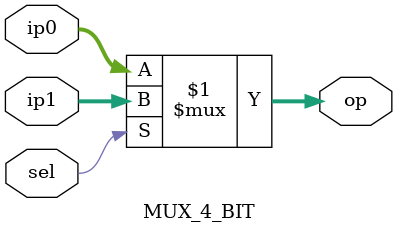
<source format=v>
module MUX_4_BIT(
    input [3:0] ip0,
    input [3:0] ip1,
    input sel,
    output [3:0] op
);
    assign op = (sel) ? ip1 : ip0;
endmodule

</source>
